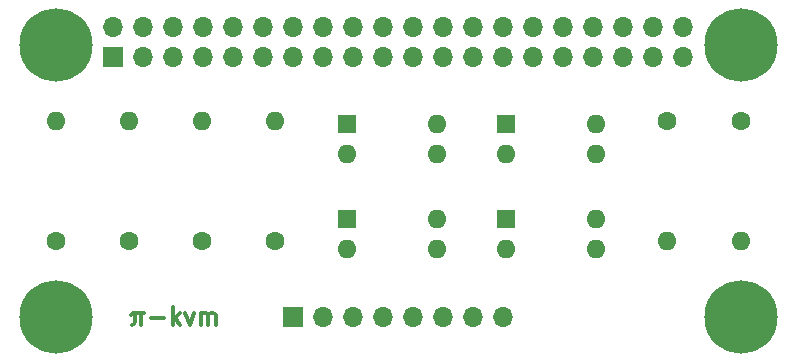
<source format=gts>
%TF.GenerationSoftware,KiCad,Pcbnew,(6.0.5)*%
%TF.CreationDate,2022-06-15T12:21:02+01:00*%
%TF.ProjectId,PiKVM,50694b56-4d2e-46b6-9963-61645f706362,rev?*%
%TF.SameCoordinates,Original*%
%TF.FileFunction,Soldermask,Top*%
%TF.FilePolarity,Negative*%
%FSLAX46Y46*%
G04 Gerber Fmt 4.6, Leading zero omitted, Abs format (unit mm)*
G04 Created by KiCad (PCBNEW (6.0.5)) date 2022-06-15 12:21:02*
%MOMM*%
%LPD*%
G01*
G04 APERTURE LIST*
%ADD10C,0.300000*%
%ADD11R,1.600000X1.600000*%
%ADD12O,1.600000X1.600000*%
%ADD13R,1.700000X1.700000*%
%ADD14O,1.700000X1.700000*%
%ADD15C,1.600000*%
%ADD16C,6.200000*%
G04 APERTURE END LIST*
D10*
X28214285Y-45178571D02*
X28214285Y-46178571D01*
X27714285Y-45178571D02*
X27714285Y-45964285D01*
X27642857Y-46107142D01*
X27500000Y-46178571D01*
X28500000Y-45178571D02*
X27571428Y-45178571D01*
X27428571Y-45250000D01*
X27357142Y-45392857D01*
X29071428Y-45607142D02*
X30214285Y-45607142D01*
X30928571Y-46178571D02*
X30928571Y-44678571D01*
X31071428Y-45607142D02*
X31500000Y-46178571D01*
X31500000Y-45178571D02*
X30928571Y-45750000D01*
X32000000Y-45178571D02*
X32357142Y-46178571D01*
X32714285Y-45178571D01*
X33285714Y-46178571D02*
X33285714Y-45178571D01*
X33285714Y-45321428D02*
X33357142Y-45250000D01*
X33500000Y-45178571D01*
X33714285Y-45178571D01*
X33857142Y-45250000D01*
X33928571Y-45392857D01*
X33928571Y-46178571D01*
X33928571Y-45392857D02*
X34000000Y-45250000D01*
X34142857Y-45178571D01*
X34357142Y-45178571D01*
X34500000Y-45250000D01*
X34571428Y-45392857D01*
X34571428Y-46178571D01*
D11*
%TO.C,U2*%
X45650000Y-37253332D03*
D12*
X45650000Y-39793332D03*
X53270000Y-39793332D03*
X53270000Y-37253332D03*
%TD*%
D13*
%TO.C,J2*%
X41125000Y-45500000D03*
D14*
X43665000Y-45500000D03*
X46205000Y-45500000D03*
X48745000Y-45500000D03*
X51285000Y-45500000D03*
X53825000Y-45500000D03*
X56365000Y-45500000D03*
X58905000Y-45500000D03*
%TD*%
D15*
%TO.C,R4*%
X39600000Y-39080000D03*
D12*
X39600000Y-28920000D03*
%TD*%
D16*
%TO.C,REF\u002A\u002A*%
X79000000Y-45500000D03*
%TD*%
D15*
%TO.C,R2*%
X27200000Y-39080000D03*
D12*
X27200000Y-28920000D03*
%TD*%
D11*
%TO.C,U1*%
X45650000Y-29206666D03*
D12*
X45650000Y-31746666D03*
X53270000Y-31746666D03*
X53270000Y-29206666D03*
%TD*%
D15*
%TO.C,R3*%
X33400000Y-39080000D03*
D12*
X33400000Y-28920000D03*
%TD*%
D15*
%TO.C,R1*%
X21000000Y-39080000D03*
D12*
X21000000Y-28920000D03*
%TD*%
D16*
%TO.C,REF\u002A\u002A*%
X21000000Y-45500000D03*
%TD*%
%TO.C,REF\u002A\u002A*%
X79000000Y-22500000D03*
%TD*%
D11*
%TO.C,U3*%
X59150000Y-29206666D03*
D12*
X59150000Y-31746666D03*
X66770000Y-31746666D03*
X66770000Y-29206666D03*
%TD*%
D16*
%TO.C,REF\u002A\u002A*%
X21000000Y-22500000D03*
%TD*%
D15*
%TO.C,R5*%
X72800000Y-28920000D03*
D12*
X72800000Y-39080000D03*
%TD*%
D11*
%TO.C,U4*%
X59150000Y-37253332D03*
D12*
X59150000Y-39793332D03*
X66770000Y-39793332D03*
X66770000Y-37253332D03*
%TD*%
D15*
%TO.C,R6*%
X79000000Y-28920000D03*
D12*
X79000000Y-39080000D03*
%TD*%
D13*
%TO.C,J1*%
X25900000Y-23500000D03*
D14*
X25900000Y-20960000D03*
X28440000Y-23500000D03*
X28440000Y-20960000D03*
X30980000Y-23500000D03*
X30980000Y-20960000D03*
X33520000Y-23500000D03*
X33520000Y-20960000D03*
X36060000Y-23500000D03*
X36060000Y-20960000D03*
X38600000Y-23500000D03*
X38600000Y-20960000D03*
X41140000Y-23500000D03*
X41140000Y-20960000D03*
X43680000Y-23500000D03*
X43680000Y-20960000D03*
X46220000Y-23500000D03*
X46220000Y-20960000D03*
X48760000Y-23500000D03*
X48760000Y-20960000D03*
X51300000Y-23500000D03*
X51300000Y-20960000D03*
X53840000Y-23500000D03*
X53840000Y-20960000D03*
X56380000Y-23500000D03*
X56380000Y-20960000D03*
X58920000Y-23500000D03*
X58920000Y-20960000D03*
X61460000Y-23500000D03*
X61460000Y-20960000D03*
X64000000Y-23500000D03*
X64000000Y-20960000D03*
X66540000Y-23500000D03*
X66540000Y-20960000D03*
X69080000Y-23500000D03*
X69080000Y-20960000D03*
X71620000Y-23500000D03*
X71620000Y-20960000D03*
X74160000Y-23500000D03*
X74160000Y-20960000D03*
%TD*%
M02*

</source>
